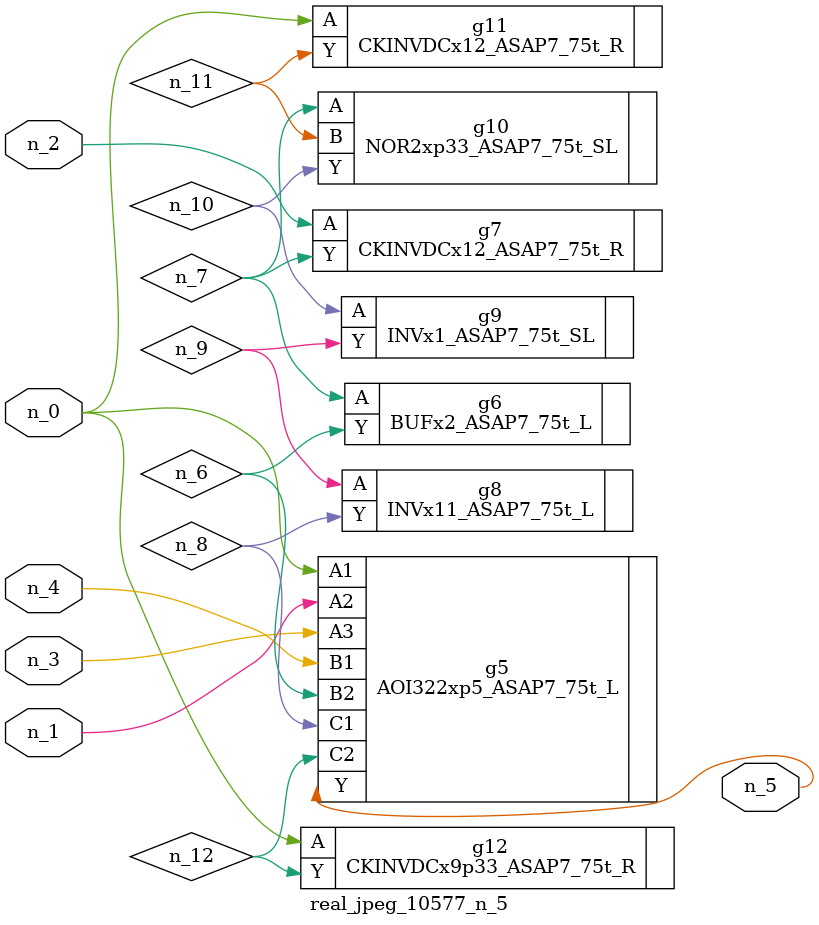
<source format=v>
module real_jpeg_10577_n_5 (n_4, n_0, n_1, n_2, n_3, n_5);

input n_4;
input n_0;
input n_1;
input n_2;
input n_3;

output n_5;

wire n_12;
wire n_8;
wire n_11;
wire n_6;
wire n_7;
wire n_10;
wire n_9;

AOI322xp5_ASAP7_75t_L g5 ( 
.A1(n_0),
.A2(n_1),
.A3(n_3),
.B1(n_4),
.B2(n_6),
.C1(n_8),
.C2(n_12),
.Y(n_5)
);

CKINVDCx12_ASAP7_75t_R g11 ( 
.A(n_0),
.Y(n_11)
);

CKINVDCx9p33_ASAP7_75t_R g12 ( 
.A(n_0),
.Y(n_12)
);

CKINVDCx12_ASAP7_75t_R g7 ( 
.A(n_2),
.Y(n_7)
);

BUFx2_ASAP7_75t_L g6 ( 
.A(n_7),
.Y(n_6)
);

NOR2xp33_ASAP7_75t_SL g10 ( 
.A(n_7),
.B(n_11),
.Y(n_10)
);

INVx11_ASAP7_75t_L g8 ( 
.A(n_9),
.Y(n_8)
);

INVx1_ASAP7_75t_SL g9 ( 
.A(n_10),
.Y(n_9)
);


endmodule
</source>
